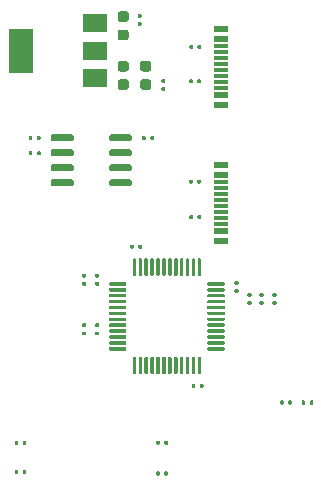
<source format=gbr>
%TF.GenerationSoftware,KiCad,Pcbnew,5.1.7+dfsg1-1~bpo10+1*%
%TF.CreationDate,2020-10-25T19:55:51+08:00*%
%TF.ProjectId,stm32-io-extend,73746d33-322d-4696-9f2d-657874656e64,rev?*%
%TF.SameCoordinates,Original*%
%TF.FileFunction,Paste,Top*%
%TF.FilePolarity,Positive*%
%FSLAX46Y46*%
G04 Gerber Fmt 4.6, Leading zero omitted, Abs format (unit mm)*
G04 Created by KiCad (PCBNEW 5.1.7+dfsg1-1~bpo10+1) date 2020-10-25 19:55:51*
%MOMM*%
%LPD*%
G01*
G04 APERTURE LIST*
%ADD10R,1.160000X0.300000*%
%ADD11R,1.160000X0.600000*%
%ADD12R,2.000000X3.800000*%
%ADD13R,2.000000X1.500000*%
G04 APERTURE END LIST*
%TO.C,C1*%
G36*
G01*
X149999500Y-67186000D02*
X150200500Y-67186000D01*
G75*
G02*
X150280000Y-67265500I0J-79500D01*
G01*
X150280000Y-67424500D01*
G75*
G02*
X150200500Y-67504000I-79500J0D01*
G01*
X149999500Y-67504000D01*
G75*
G02*
X149920000Y-67424500I0J79500D01*
G01*
X149920000Y-67265500D01*
G75*
G02*
X149999500Y-67186000I79500J0D01*
G01*
G37*
G36*
G01*
X149999500Y-66496000D02*
X150200500Y-66496000D01*
G75*
G02*
X150280000Y-66575500I0J-79500D01*
G01*
X150280000Y-66734500D01*
G75*
G02*
X150200500Y-66814000I-79500J0D01*
G01*
X149999500Y-66814000D01*
G75*
G02*
X149920000Y-66734500I0J79500D01*
G01*
X149920000Y-66575500D01*
G75*
G02*
X149999500Y-66496000I79500J0D01*
G01*
G37*
%TD*%
%TO.C,C2*%
G36*
G01*
X146600500Y-89504000D02*
X146399500Y-89504000D01*
G75*
G02*
X146320000Y-89424500I0J79500D01*
G01*
X146320000Y-89265500D01*
G75*
G02*
X146399500Y-89186000I79500J0D01*
G01*
X146600500Y-89186000D01*
G75*
G02*
X146680000Y-89265500I0J-79500D01*
G01*
X146680000Y-89424500D01*
G75*
G02*
X146600500Y-89504000I-79500J0D01*
G01*
G37*
G36*
G01*
X146600500Y-88814000D02*
X146399500Y-88814000D01*
G75*
G02*
X146320000Y-88734500I0J79500D01*
G01*
X146320000Y-88575500D01*
G75*
G02*
X146399500Y-88496000I79500J0D01*
G01*
X146600500Y-88496000D01*
G75*
G02*
X146680000Y-88575500I0J-79500D01*
G01*
X146680000Y-88734500D01*
G75*
G02*
X146600500Y-88814000I-79500J0D01*
G01*
G37*
%TD*%
%TO.C,C3*%
G36*
G01*
X146600500Y-93014000D02*
X146399500Y-93014000D01*
G75*
G02*
X146320000Y-92934500I0J79500D01*
G01*
X146320000Y-92775500D01*
G75*
G02*
X146399500Y-92696000I79500J0D01*
G01*
X146600500Y-92696000D01*
G75*
G02*
X146680000Y-92775500I0J-79500D01*
G01*
X146680000Y-92934500D01*
G75*
G02*
X146600500Y-93014000I-79500J0D01*
G01*
G37*
G36*
G01*
X146600500Y-93704000D02*
X146399500Y-93704000D01*
G75*
G02*
X146320000Y-93624500I0J79500D01*
G01*
X146320000Y-93465500D01*
G75*
G02*
X146399500Y-93386000I79500J0D01*
G01*
X146600500Y-93386000D01*
G75*
G02*
X146680000Y-93465500I0J-79500D01*
G01*
X146680000Y-93624500D01*
G75*
G02*
X146600500Y-93704000I-79500J0D01*
G01*
G37*
%TD*%
%TO.C,C4*%
G36*
G01*
X148450000Y-67825000D02*
X148950000Y-67825000D01*
G75*
G02*
X149175000Y-68050000I0J-225000D01*
G01*
X149175000Y-68500000D01*
G75*
G02*
X148950000Y-68725000I-225000J0D01*
G01*
X148450000Y-68725000D01*
G75*
G02*
X148225000Y-68500000I0J225000D01*
G01*
X148225000Y-68050000D01*
G75*
G02*
X148450000Y-67825000I225000J0D01*
G01*
G37*
G36*
G01*
X148450000Y-66275000D02*
X148950000Y-66275000D01*
G75*
G02*
X149175000Y-66500000I0J-225000D01*
G01*
X149175000Y-66950000D01*
G75*
G02*
X148950000Y-67175000I-225000J0D01*
G01*
X148450000Y-67175000D01*
G75*
G02*
X148225000Y-66950000I0J225000D01*
G01*
X148225000Y-66500000D01*
G75*
G02*
X148450000Y-66275000I225000J0D01*
G01*
G37*
%TD*%
%TO.C,C5*%
G36*
G01*
X154814000Y-97899500D02*
X154814000Y-98100500D01*
G75*
G02*
X154734500Y-98180000I-79500J0D01*
G01*
X154575500Y-98180000D01*
G75*
G02*
X154496000Y-98100500I0J79500D01*
G01*
X154496000Y-97899500D01*
G75*
G02*
X154575500Y-97820000I79500J0D01*
G01*
X154734500Y-97820000D01*
G75*
G02*
X154814000Y-97899500I0J-79500D01*
G01*
G37*
G36*
G01*
X155504000Y-97899500D02*
X155504000Y-98100500D01*
G75*
G02*
X155424500Y-98180000I-79500J0D01*
G01*
X155265500Y-98180000D01*
G75*
G02*
X155186000Y-98100500I0J79500D01*
G01*
X155186000Y-97899500D01*
G75*
G02*
X155265500Y-97820000I79500J0D01*
G01*
X155424500Y-97820000D01*
G75*
G02*
X155504000Y-97899500I0J-79500D01*
G01*
G37*
%TD*%
%TO.C,C6*%
G36*
G01*
X151999500Y-71996000D02*
X152200500Y-71996000D01*
G75*
G02*
X152280000Y-72075500I0J-79500D01*
G01*
X152280000Y-72234500D01*
G75*
G02*
X152200500Y-72314000I-79500J0D01*
G01*
X151999500Y-72314000D01*
G75*
G02*
X151920000Y-72234500I0J79500D01*
G01*
X151920000Y-72075500D01*
G75*
G02*
X151999500Y-71996000I79500J0D01*
G01*
G37*
G36*
G01*
X151999500Y-72686000D02*
X152200500Y-72686000D01*
G75*
G02*
X152280000Y-72765500I0J-79500D01*
G01*
X152280000Y-72924500D01*
G75*
G02*
X152200500Y-73004000I-79500J0D01*
G01*
X151999500Y-73004000D01*
G75*
G02*
X151920000Y-72924500I0J79500D01*
G01*
X151920000Y-72765500D01*
G75*
G02*
X151999500Y-72686000I79500J0D01*
G01*
G37*
%TD*%
%TO.C,C7*%
G36*
G01*
X158199500Y-89096000D02*
X158400500Y-89096000D01*
G75*
G02*
X158480000Y-89175500I0J-79500D01*
G01*
X158480000Y-89334500D01*
G75*
G02*
X158400500Y-89414000I-79500J0D01*
G01*
X158199500Y-89414000D01*
G75*
G02*
X158120000Y-89334500I0J79500D01*
G01*
X158120000Y-89175500D01*
G75*
G02*
X158199500Y-89096000I79500J0D01*
G01*
G37*
G36*
G01*
X158199500Y-89786000D02*
X158400500Y-89786000D01*
G75*
G02*
X158480000Y-89865500I0J-79500D01*
G01*
X158480000Y-90024500D01*
G75*
G02*
X158400500Y-90104000I-79500J0D01*
G01*
X158199500Y-90104000D01*
G75*
G02*
X158120000Y-90024500I0J79500D01*
G01*
X158120000Y-89865500D01*
G75*
G02*
X158199500Y-89786000I79500J0D01*
G01*
G37*
%TD*%
%TO.C,C8*%
G36*
G01*
X149296000Y-86300500D02*
X149296000Y-86099500D01*
G75*
G02*
X149375500Y-86020000I79500J0D01*
G01*
X149534500Y-86020000D01*
G75*
G02*
X149614000Y-86099500I0J-79500D01*
G01*
X149614000Y-86300500D01*
G75*
G02*
X149534500Y-86380000I-79500J0D01*
G01*
X149375500Y-86380000D01*
G75*
G02*
X149296000Y-86300500I0J79500D01*
G01*
G37*
G36*
G01*
X149986000Y-86300500D02*
X149986000Y-86099500D01*
G75*
G02*
X150065500Y-86020000I79500J0D01*
G01*
X150224500Y-86020000D01*
G75*
G02*
X150304000Y-86099500I0J-79500D01*
G01*
X150304000Y-86300500D01*
G75*
G02*
X150224500Y-86380000I-79500J0D01*
G01*
X150065500Y-86380000D01*
G75*
G02*
X149986000Y-86300500I0J79500D01*
G01*
G37*
%TD*%
%TO.C,C9*%
G36*
G01*
X150296000Y-77100500D02*
X150296000Y-76899500D01*
G75*
G02*
X150375500Y-76820000I79500J0D01*
G01*
X150534500Y-76820000D01*
G75*
G02*
X150614000Y-76899500I0J-79500D01*
G01*
X150614000Y-77100500D01*
G75*
G02*
X150534500Y-77180000I-79500J0D01*
G01*
X150375500Y-77180000D01*
G75*
G02*
X150296000Y-77100500I0J79500D01*
G01*
G37*
G36*
G01*
X150986000Y-77100500D02*
X150986000Y-76899500D01*
G75*
G02*
X151065500Y-76820000I79500J0D01*
G01*
X151224500Y-76820000D01*
G75*
G02*
X151304000Y-76899500I0J-79500D01*
G01*
X151304000Y-77100500D01*
G75*
G02*
X151224500Y-77180000I-79500J0D01*
G01*
X151065500Y-77180000D01*
G75*
G02*
X150986000Y-77100500I0J79500D01*
G01*
G37*
%TD*%
%TO.C,C10*%
G36*
G01*
X148450000Y-70475000D02*
X148950000Y-70475000D01*
G75*
G02*
X149175000Y-70700000I0J-225000D01*
G01*
X149175000Y-71150000D01*
G75*
G02*
X148950000Y-71375000I-225000J0D01*
G01*
X148450000Y-71375000D01*
G75*
G02*
X148225000Y-71150000I0J225000D01*
G01*
X148225000Y-70700000D01*
G75*
G02*
X148450000Y-70475000I225000J0D01*
G01*
G37*
G36*
G01*
X148450000Y-72025000D02*
X148950000Y-72025000D01*
G75*
G02*
X149175000Y-72250000I0J-225000D01*
G01*
X149175000Y-72700000D01*
G75*
G02*
X148950000Y-72925000I-225000J0D01*
G01*
X148450000Y-72925000D01*
G75*
G02*
X148225000Y-72700000I0J225000D01*
G01*
X148225000Y-72250000D01*
G75*
G02*
X148450000Y-72025000I225000J0D01*
G01*
G37*
%TD*%
%TO.C,C11*%
G36*
G01*
X150350000Y-70475000D02*
X150850000Y-70475000D01*
G75*
G02*
X151075000Y-70700000I0J-225000D01*
G01*
X151075000Y-71150000D01*
G75*
G02*
X150850000Y-71375000I-225000J0D01*
G01*
X150350000Y-71375000D01*
G75*
G02*
X150125000Y-71150000I0J225000D01*
G01*
X150125000Y-70700000D01*
G75*
G02*
X150350000Y-70475000I225000J0D01*
G01*
G37*
G36*
G01*
X150350000Y-72025000D02*
X150850000Y-72025000D01*
G75*
G02*
X151075000Y-72250000I0J-225000D01*
G01*
X151075000Y-72700000D01*
G75*
G02*
X150850000Y-72925000I-225000J0D01*
G01*
X150350000Y-72925000D01*
G75*
G02*
X150125000Y-72700000I0J225000D01*
G01*
X150125000Y-72250000D01*
G75*
G02*
X150350000Y-72025000I225000J0D01*
G01*
G37*
%TD*%
%TO.C,C12*%
G36*
G01*
X164486000Y-99500500D02*
X164486000Y-99299500D01*
G75*
G02*
X164565500Y-99220000I79500J0D01*
G01*
X164724500Y-99220000D01*
G75*
G02*
X164804000Y-99299500I0J-79500D01*
G01*
X164804000Y-99500500D01*
G75*
G02*
X164724500Y-99580000I-79500J0D01*
G01*
X164565500Y-99580000D01*
G75*
G02*
X164486000Y-99500500I0J79500D01*
G01*
G37*
G36*
G01*
X163796000Y-99500500D02*
X163796000Y-99299500D01*
G75*
G02*
X163875500Y-99220000I79500J0D01*
G01*
X164034500Y-99220000D01*
G75*
G02*
X164114000Y-99299500I0J-79500D01*
G01*
X164114000Y-99500500D01*
G75*
G02*
X164034500Y-99580000I-79500J0D01*
G01*
X163875500Y-99580000D01*
G75*
G02*
X163796000Y-99500500I0J79500D01*
G01*
G37*
%TD*%
%TO.C,C13*%
G36*
G01*
X145299500Y-88496000D02*
X145500500Y-88496000D01*
G75*
G02*
X145580000Y-88575500I0J-79500D01*
G01*
X145580000Y-88734500D01*
G75*
G02*
X145500500Y-88814000I-79500J0D01*
G01*
X145299500Y-88814000D01*
G75*
G02*
X145220000Y-88734500I0J79500D01*
G01*
X145220000Y-88575500D01*
G75*
G02*
X145299500Y-88496000I79500J0D01*
G01*
G37*
G36*
G01*
X145299500Y-89186000D02*
X145500500Y-89186000D01*
G75*
G02*
X145580000Y-89265500I0J-79500D01*
G01*
X145580000Y-89424500D01*
G75*
G02*
X145500500Y-89504000I-79500J0D01*
G01*
X145299500Y-89504000D01*
G75*
G02*
X145220000Y-89424500I0J79500D01*
G01*
X145220000Y-89265500D01*
G75*
G02*
X145299500Y-89186000I79500J0D01*
G01*
G37*
%TD*%
%TO.C,C14*%
G36*
G01*
X145500500Y-93014000D02*
X145299500Y-93014000D01*
G75*
G02*
X145220000Y-92934500I0J79500D01*
G01*
X145220000Y-92775500D01*
G75*
G02*
X145299500Y-92696000I79500J0D01*
G01*
X145500500Y-92696000D01*
G75*
G02*
X145580000Y-92775500I0J-79500D01*
G01*
X145580000Y-92934500D01*
G75*
G02*
X145500500Y-93014000I-79500J0D01*
G01*
G37*
G36*
G01*
X145500500Y-93704000D02*
X145299500Y-93704000D01*
G75*
G02*
X145220000Y-93624500I0J79500D01*
G01*
X145220000Y-93465500D01*
G75*
G02*
X145299500Y-93386000I79500J0D01*
G01*
X145500500Y-93386000D01*
G75*
G02*
X145580000Y-93465500I0J-79500D01*
G01*
X145580000Y-93624500D01*
G75*
G02*
X145500500Y-93704000I-79500J0D01*
G01*
G37*
%TD*%
D10*
%TO.C,J1*%
X156990000Y-71750000D03*
X156990000Y-71250000D03*
X156990000Y-70750000D03*
X156990000Y-72750000D03*
X156990000Y-72250000D03*
X156990000Y-69750000D03*
X156990000Y-70250000D03*
X156990000Y-69250000D03*
D11*
X156990000Y-73400000D03*
X156990000Y-73400000D03*
X156990000Y-74200000D03*
X156990000Y-74200000D03*
X156990000Y-68600000D03*
X156990000Y-67800000D03*
X156990000Y-68600000D03*
X156990000Y-67800000D03*
%TD*%
%TO.C,J2*%
X156990000Y-79300000D03*
X156990000Y-80100000D03*
X156990000Y-79300000D03*
X156990000Y-80100000D03*
X156990000Y-85700000D03*
X156990000Y-85700000D03*
X156990000Y-84900000D03*
X156990000Y-84900000D03*
D10*
X156990000Y-80750000D03*
X156990000Y-81750000D03*
X156990000Y-81250000D03*
X156990000Y-83750000D03*
X156990000Y-84250000D03*
X156990000Y-82250000D03*
X156990000Y-82750000D03*
X156990000Y-83250000D03*
%TD*%
%TO.C,R1*%
G36*
G01*
X140186000Y-105400500D02*
X140186000Y-105199500D01*
G75*
G02*
X140265500Y-105120000I79500J0D01*
G01*
X140424500Y-105120000D01*
G75*
G02*
X140504000Y-105199500I0J-79500D01*
G01*
X140504000Y-105400500D01*
G75*
G02*
X140424500Y-105480000I-79500J0D01*
G01*
X140265500Y-105480000D01*
G75*
G02*
X140186000Y-105400500I0J79500D01*
G01*
G37*
G36*
G01*
X139496000Y-105400500D02*
X139496000Y-105199500D01*
G75*
G02*
X139575500Y-105120000I79500J0D01*
G01*
X139734500Y-105120000D01*
G75*
G02*
X139814000Y-105199500I0J-79500D01*
G01*
X139814000Y-105400500D01*
G75*
G02*
X139734500Y-105480000I-79500J0D01*
G01*
X139575500Y-105480000D01*
G75*
G02*
X139496000Y-105400500I0J79500D01*
G01*
G37*
%TD*%
%TO.C,R2*%
G36*
G01*
X140504000Y-102699500D02*
X140504000Y-102900500D01*
G75*
G02*
X140424500Y-102980000I-79500J0D01*
G01*
X140265500Y-102980000D01*
G75*
G02*
X140186000Y-102900500I0J79500D01*
G01*
X140186000Y-102699500D01*
G75*
G02*
X140265500Y-102620000I79500J0D01*
G01*
X140424500Y-102620000D01*
G75*
G02*
X140504000Y-102699500I0J-79500D01*
G01*
G37*
G36*
G01*
X139814000Y-102699500D02*
X139814000Y-102900500D01*
G75*
G02*
X139734500Y-102980000I-79500J0D01*
G01*
X139575500Y-102980000D01*
G75*
G02*
X139496000Y-102900500I0J79500D01*
G01*
X139496000Y-102699500D01*
G75*
G02*
X139575500Y-102620000I79500J0D01*
G01*
X139734500Y-102620000D01*
G75*
G02*
X139814000Y-102699500I0J-79500D01*
G01*
G37*
%TD*%
%TO.C,R3*%
G36*
G01*
X154966000Y-72300500D02*
X154966000Y-72099500D01*
G75*
G02*
X155045500Y-72020000I79500J0D01*
G01*
X155204500Y-72020000D01*
G75*
G02*
X155284000Y-72099500I0J-79500D01*
G01*
X155284000Y-72300500D01*
G75*
G02*
X155204500Y-72380000I-79500J0D01*
G01*
X155045500Y-72380000D01*
G75*
G02*
X154966000Y-72300500I0J79500D01*
G01*
G37*
G36*
G01*
X154276000Y-72300500D02*
X154276000Y-72099500D01*
G75*
G02*
X154355500Y-72020000I79500J0D01*
G01*
X154514500Y-72020000D01*
G75*
G02*
X154594000Y-72099500I0J-79500D01*
G01*
X154594000Y-72300500D01*
G75*
G02*
X154514500Y-72380000I-79500J0D01*
G01*
X154355500Y-72380000D01*
G75*
G02*
X154276000Y-72300500I0J79500D01*
G01*
G37*
%TD*%
%TO.C,R4*%
G36*
G01*
X141704000Y-76899500D02*
X141704000Y-77100500D01*
G75*
G02*
X141624500Y-77180000I-79500J0D01*
G01*
X141465500Y-77180000D01*
G75*
G02*
X141386000Y-77100500I0J79500D01*
G01*
X141386000Y-76899500D01*
G75*
G02*
X141465500Y-76820000I79500J0D01*
G01*
X141624500Y-76820000D01*
G75*
G02*
X141704000Y-76899500I0J-79500D01*
G01*
G37*
G36*
G01*
X141014000Y-76899500D02*
X141014000Y-77100500D01*
G75*
G02*
X140934500Y-77180000I-79500J0D01*
G01*
X140775500Y-77180000D01*
G75*
G02*
X140696000Y-77100500I0J79500D01*
G01*
X140696000Y-76899500D01*
G75*
G02*
X140775500Y-76820000I79500J0D01*
G01*
X140934500Y-76820000D01*
G75*
G02*
X141014000Y-76899500I0J-79500D01*
G01*
G37*
%TD*%
%TO.C,R5*%
G36*
G01*
X141014000Y-78199500D02*
X141014000Y-78400500D01*
G75*
G02*
X140934500Y-78480000I-79500J0D01*
G01*
X140775500Y-78480000D01*
G75*
G02*
X140696000Y-78400500I0J79500D01*
G01*
X140696000Y-78199500D01*
G75*
G02*
X140775500Y-78120000I79500J0D01*
G01*
X140934500Y-78120000D01*
G75*
G02*
X141014000Y-78199500I0J-79500D01*
G01*
G37*
G36*
G01*
X141704000Y-78199500D02*
X141704000Y-78400500D01*
G75*
G02*
X141624500Y-78480000I-79500J0D01*
G01*
X141465500Y-78480000D01*
G75*
G02*
X141386000Y-78400500I0J79500D01*
G01*
X141386000Y-78199500D01*
G75*
G02*
X141465500Y-78120000I79500J0D01*
G01*
X141624500Y-78120000D01*
G75*
G02*
X141704000Y-78199500I0J-79500D01*
G01*
G37*
%TD*%
%TO.C,R6*%
G36*
G01*
X162686000Y-99500500D02*
X162686000Y-99299500D01*
G75*
G02*
X162765500Y-99220000I79500J0D01*
G01*
X162924500Y-99220000D01*
G75*
G02*
X163004000Y-99299500I0J-79500D01*
G01*
X163004000Y-99500500D01*
G75*
G02*
X162924500Y-99580000I-79500J0D01*
G01*
X162765500Y-99580000D01*
G75*
G02*
X162686000Y-99500500I0J79500D01*
G01*
G37*
G36*
G01*
X161996000Y-99500500D02*
X161996000Y-99299500D01*
G75*
G02*
X162075500Y-99220000I79500J0D01*
G01*
X162234500Y-99220000D01*
G75*
G02*
X162314000Y-99299500I0J-79500D01*
G01*
X162314000Y-99500500D01*
G75*
G02*
X162234500Y-99580000I-79500J0D01*
G01*
X162075500Y-99580000D01*
G75*
G02*
X161996000Y-99500500I0J79500D01*
G01*
G37*
%TD*%
%TO.C,R7*%
G36*
G01*
X154296000Y-69400500D02*
X154296000Y-69199500D01*
G75*
G02*
X154375500Y-69120000I79500J0D01*
G01*
X154534500Y-69120000D01*
G75*
G02*
X154614000Y-69199500I0J-79500D01*
G01*
X154614000Y-69400500D01*
G75*
G02*
X154534500Y-69480000I-79500J0D01*
G01*
X154375500Y-69480000D01*
G75*
G02*
X154296000Y-69400500I0J79500D01*
G01*
G37*
G36*
G01*
X154986000Y-69400500D02*
X154986000Y-69199500D01*
G75*
G02*
X155065500Y-69120000I79500J0D01*
G01*
X155224500Y-69120000D01*
G75*
G02*
X155304000Y-69199500I0J-79500D01*
G01*
X155304000Y-69400500D01*
G75*
G02*
X155224500Y-69480000I-79500J0D01*
G01*
X155065500Y-69480000D01*
G75*
G02*
X154986000Y-69400500I0J79500D01*
G01*
G37*
%TD*%
%TO.C,R8*%
G36*
G01*
X151814000Y-105299500D02*
X151814000Y-105500500D01*
G75*
G02*
X151734500Y-105580000I-79500J0D01*
G01*
X151575500Y-105580000D01*
G75*
G02*
X151496000Y-105500500I0J79500D01*
G01*
X151496000Y-105299500D01*
G75*
G02*
X151575500Y-105220000I79500J0D01*
G01*
X151734500Y-105220000D01*
G75*
G02*
X151814000Y-105299500I0J-79500D01*
G01*
G37*
G36*
G01*
X152504000Y-105299500D02*
X152504000Y-105500500D01*
G75*
G02*
X152424500Y-105580000I-79500J0D01*
G01*
X152265500Y-105580000D01*
G75*
G02*
X152186000Y-105500500I0J79500D01*
G01*
X152186000Y-105299500D01*
G75*
G02*
X152265500Y-105220000I79500J0D01*
G01*
X152424500Y-105220000D01*
G75*
G02*
X152504000Y-105299500I0J-79500D01*
G01*
G37*
%TD*%
%TO.C,R9*%
G36*
G01*
X152504000Y-102699500D02*
X152504000Y-102900500D01*
G75*
G02*
X152424500Y-102980000I-79500J0D01*
G01*
X152265500Y-102980000D01*
G75*
G02*
X152186000Y-102900500I0J79500D01*
G01*
X152186000Y-102699500D01*
G75*
G02*
X152265500Y-102620000I79500J0D01*
G01*
X152424500Y-102620000D01*
G75*
G02*
X152504000Y-102699500I0J-79500D01*
G01*
G37*
G36*
G01*
X151814000Y-102699500D02*
X151814000Y-102900500D01*
G75*
G02*
X151734500Y-102980000I-79500J0D01*
G01*
X151575500Y-102980000D01*
G75*
G02*
X151496000Y-102900500I0J79500D01*
G01*
X151496000Y-102699500D01*
G75*
G02*
X151575500Y-102620000I79500J0D01*
G01*
X151734500Y-102620000D01*
G75*
G02*
X151814000Y-102699500I0J-79500D01*
G01*
G37*
%TD*%
%TO.C,R10*%
G36*
G01*
X154966000Y-80800500D02*
X154966000Y-80599500D01*
G75*
G02*
X155045500Y-80520000I79500J0D01*
G01*
X155204500Y-80520000D01*
G75*
G02*
X155284000Y-80599500I0J-79500D01*
G01*
X155284000Y-80800500D01*
G75*
G02*
X155204500Y-80880000I-79500J0D01*
G01*
X155045500Y-80880000D01*
G75*
G02*
X154966000Y-80800500I0J79500D01*
G01*
G37*
G36*
G01*
X154276000Y-80800500D02*
X154276000Y-80599500D01*
G75*
G02*
X154355500Y-80520000I79500J0D01*
G01*
X154514500Y-80520000D01*
G75*
G02*
X154594000Y-80599500I0J-79500D01*
G01*
X154594000Y-80800500D01*
G75*
G02*
X154514500Y-80880000I-79500J0D01*
G01*
X154355500Y-80880000D01*
G75*
G02*
X154276000Y-80800500I0J79500D01*
G01*
G37*
%TD*%
%TO.C,R11*%
G36*
G01*
X159500500Y-91149000D02*
X159299500Y-91149000D01*
G75*
G02*
X159220000Y-91069500I0J79500D01*
G01*
X159220000Y-90910500D01*
G75*
G02*
X159299500Y-90831000I79500J0D01*
G01*
X159500500Y-90831000D01*
G75*
G02*
X159580000Y-90910500I0J-79500D01*
G01*
X159580000Y-91069500D01*
G75*
G02*
X159500500Y-91149000I-79500J0D01*
G01*
G37*
G36*
G01*
X159500500Y-90459000D02*
X159299500Y-90459000D01*
G75*
G02*
X159220000Y-90379500I0J79500D01*
G01*
X159220000Y-90220500D01*
G75*
G02*
X159299500Y-90141000I79500J0D01*
G01*
X159500500Y-90141000D01*
G75*
G02*
X159580000Y-90220500I0J-79500D01*
G01*
X159580000Y-90379500D01*
G75*
G02*
X159500500Y-90459000I-79500J0D01*
G01*
G37*
%TD*%
%TO.C,R12*%
G36*
G01*
X161600500Y-91149000D02*
X161399500Y-91149000D01*
G75*
G02*
X161320000Y-91069500I0J79500D01*
G01*
X161320000Y-90910500D01*
G75*
G02*
X161399500Y-90831000I79500J0D01*
G01*
X161600500Y-90831000D01*
G75*
G02*
X161680000Y-90910500I0J-79500D01*
G01*
X161680000Y-91069500D01*
G75*
G02*
X161600500Y-91149000I-79500J0D01*
G01*
G37*
G36*
G01*
X161600500Y-90459000D02*
X161399500Y-90459000D01*
G75*
G02*
X161320000Y-90379500I0J79500D01*
G01*
X161320000Y-90220500D01*
G75*
G02*
X161399500Y-90141000I79500J0D01*
G01*
X161600500Y-90141000D01*
G75*
G02*
X161680000Y-90220500I0J-79500D01*
G01*
X161680000Y-90379500D01*
G75*
G02*
X161600500Y-90459000I-79500J0D01*
G01*
G37*
%TD*%
%TO.C,R13*%
G36*
G01*
X154296000Y-83800500D02*
X154296000Y-83599500D01*
G75*
G02*
X154375500Y-83520000I79500J0D01*
G01*
X154534500Y-83520000D01*
G75*
G02*
X154614000Y-83599500I0J-79500D01*
G01*
X154614000Y-83800500D01*
G75*
G02*
X154534500Y-83880000I-79500J0D01*
G01*
X154375500Y-83880000D01*
G75*
G02*
X154296000Y-83800500I0J79500D01*
G01*
G37*
G36*
G01*
X154986000Y-83800500D02*
X154986000Y-83599500D01*
G75*
G02*
X155065500Y-83520000I79500J0D01*
G01*
X155224500Y-83520000D01*
G75*
G02*
X155304000Y-83599500I0J-79500D01*
G01*
X155304000Y-83800500D01*
G75*
G02*
X155224500Y-83880000I-79500J0D01*
G01*
X155065500Y-83880000D01*
G75*
G02*
X154986000Y-83800500I0J79500D01*
G01*
G37*
%TD*%
%TO.C,R14*%
G36*
G01*
X160500500Y-90459000D02*
X160299500Y-90459000D01*
G75*
G02*
X160220000Y-90379500I0J79500D01*
G01*
X160220000Y-90220500D01*
G75*
G02*
X160299500Y-90141000I79500J0D01*
G01*
X160500500Y-90141000D01*
G75*
G02*
X160580000Y-90220500I0J-79500D01*
G01*
X160580000Y-90379500D01*
G75*
G02*
X160500500Y-90459000I-79500J0D01*
G01*
G37*
G36*
G01*
X160500500Y-91149000D02*
X160299500Y-91149000D01*
G75*
G02*
X160220000Y-91069500I0J79500D01*
G01*
X160220000Y-90910500D01*
G75*
G02*
X160299500Y-90831000I79500J0D01*
G01*
X160500500Y-90831000D01*
G75*
G02*
X160580000Y-90910500I0J-79500D01*
G01*
X160580000Y-91069500D01*
G75*
G02*
X160500500Y-91149000I-79500J0D01*
G01*
G37*
%TD*%
D12*
%TO.C,U1*%
X140050000Y-69600000D03*
D13*
X146350000Y-69600000D03*
X146350000Y-67300000D03*
X146350000Y-71900000D03*
%TD*%
%TO.C,U2*%
G36*
G01*
X142550000Y-77145000D02*
X142550000Y-76845000D01*
G75*
G02*
X142700000Y-76695000I150000J0D01*
G01*
X144350000Y-76695000D01*
G75*
G02*
X144500000Y-76845000I0J-150000D01*
G01*
X144500000Y-77145000D01*
G75*
G02*
X144350000Y-77295000I-150000J0D01*
G01*
X142700000Y-77295000D01*
G75*
G02*
X142550000Y-77145000I0J150000D01*
G01*
G37*
G36*
G01*
X142550000Y-78415000D02*
X142550000Y-78115000D01*
G75*
G02*
X142700000Y-77965000I150000J0D01*
G01*
X144350000Y-77965000D01*
G75*
G02*
X144500000Y-78115000I0J-150000D01*
G01*
X144500000Y-78415000D01*
G75*
G02*
X144350000Y-78565000I-150000J0D01*
G01*
X142700000Y-78565000D01*
G75*
G02*
X142550000Y-78415000I0J150000D01*
G01*
G37*
G36*
G01*
X142550000Y-79685000D02*
X142550000Y-79385000D01*
G75*
G02*
X142700000Y-79235000I150000J0D01*
G01*
X144350000Y-79235000D01*
G75*
G02*
X144500000Y-79385000I0J-150000D01*
G01*
X144500000Y-79685000D01*
G75*
G02*
X144350000Y-79835000I-150000J0D01*
G01*
X142700000Y-79835000D01*
G75*
G02*
X142550000Y-79685000I0J150000D01*
G01*
G37*
G36*
G01*
X142550000Y-80955000D02*
X142550000Y-80655000D01*
G75*
G02*
X142700000Y-80505000I150000J0D01*
G01*
X144350000Y-80505000D01*
G75*
G02*
X144500000Y-80655000I0J-150000D01*
G01*
X144500000Y-80955000D01*
G75*
G02*
X144350000Y-81105000I-150000J0D01*
G01*
X142700000Y-81105000D01*
G75*
G02*
X142550000Y-80955000I0J150000D01*
G01*
G37*
G36*
G01*
X147500000Y-80955000D02*
X147500000Y-80655000D01*
G75*
G02*
X147650000Y-80505000I150000J0D01*
G01*
X149300000Y-80505000D01*
G75*
G02*
X149450000Y-80655000I0J-150000D01*
G01*
X149450000Y-80955000D01*
G75*
G02*
X149300000Y-81105000I-150000J0D01*
G01*
X147650000Y-81105000D01*
G75*
G02*
X147500000Y-80955000I0J150000D01*
G01*
G37*
G36*
G01*
X147500000Y-79685000D02*
X147500000Y-79385000D01*
G75*
G02*
X147650000Y-79235000I150000J0D01*
G01*
X149300000Y-79235000D01*
G75*
G02*
X149450000Y-79385000I0J-150000D01*
G01*
X149450000Y-79685000D01*
G75*
G02*
X149300000Y-79835000I-150000J0D01*
G01*
X147650000Y-79835000D01*
G75*
G02*
X147500000Y-79685000I0J150000D01*
G01*
G37*
G36*
G01*
X147500000Y-78415000D02*
X147500000Y-78115000D01*
G75*
G02*
X147650000Y-77965000I150000J0D01*
G01*
X149300000Y-77965000D01*
G75*
G02*
X149450000Y-78115000I0J-150000D01*
G01*
X149450000Y-78415000D01*
G75*
G02*
X149300000Y-78565000I-150000J0D01*
G01*
X147650000Y-78565000D01*
G75*
G02*
X147500000Y-78415000I0J150000D01*
G01*
G37*
G36*
G01*
X147500000Y-77145000D02*
X147500000Y-76845000D01*
G75*
G02*
X147650000Y-76695000I150000J0D01*
G01*
X149300000Y-76695000D01*
G75*
G02*
X149450000Y-76845000I0J-150000D01*
G01*
X149450000Y-77145000D01*
G75*
G02*
X149300000Y-77295000I-150000J0D01*
G01*
X147650000Y-77295000D01*
G75*
G02*
X147500000Y-77145000I0J150000D01*
G01*
G37*
%TD*%
%TO.C,U3*%
G36*
G01*
X147500000Y-89425000D02*
X147500000Y-89275000D01*
G75*
G02*
X147575000Y-89200000I75000J0D01*
G01*
X148900000Y-89200000D01*
G75*
G02*
X148975000Y-89275000I0J-75000D01*
G01*
X148975000Y-89425000D01*
G75*
G02*
X148900000Y-89500000I-75000J0D01*
G01*
X147575000Y-89500000D01*
G75*
G02*
X147500000Y-89425000I0J75000D01*
G01*
G37*
G36*
G01*
X147500000Y-89925000D02*
X147500000Y-89775000D01*
G75*
G02*
X147575000Y-89700000I75000J0D01*
G01*
X148900000Y-89700000D01*
G75*
G02*
X148975000Y-89775000I0J-75000D01*
G01*
X148975000Y-89925000D01*
G75*
G02*
X148900000Y-90000000I-75000J0D01*
G01*
X147575000Y-90000000D01*
G75*
G02*
X147500000Y-89925000I0J75000D01*
G01*
G37*
G36*
G01*
X147500000Y-90425000D02*
X147500000Y-90275000D01*
G75*
G02*
X147575000Y-90200000I75000J0D01*
G01*
X148900000Y-90200000D01*
G75*
G02*
X148975000Y-90275000I0J-75000D01*
G01*
X148975000Y-90425000D01*
G75*
G02*
X148900000Y-90500000I-75000J0D01*
G01*
X147575000Y-90500000D01*
G75*
G02*
X147500000Y-90425000I0J75000D01*
G01*
G37*
G36*
G01*
X147500000Y-90925000D02*
X147500000Y-90775000D01*
G75*
G02*
X147575000Y-90700000I75000J0D01*
G01*
X148900000Y-90700000D01*
G75*
G02*
X148975000Y-90775000I0J-75000D01*
G01*
X148975000Y-90925000D01*
G75*
G02*
X148900000Y-91000000I-75000J0D01*
G01*
X147575000Y-91000000D01*
G75*
G02*
X147500000Y-90925000I0J75000D01*
G01*
G37*
G36*
G01*
X147500000Y-91425000D02*
X147500000Y-91275000D01*
G75*
G02*
X147575000Y-91200000I75000J0D01*
G01*
X148900000Y-91200000D01*
G75*
G02*
X148975000Y-91275000I0J-75000D01*
G01*
X148975000Y-91425000D01*
G75*
G02*
X148900000Y-91500000I-75000J0D01*
G01*
X147575000Y-91500000D01*
G75*
G02*
X147500000Y-91425000I0J75000D01*
G01*
G37*
G36*
G01*
X147500000Y-91925000D02*
X147500000Y-91775000D01*
G75*
G02*
X147575000Y-91700000I75000J0D01*
G01*
X148900000Y-91700000D01*
G75*
G02*
X148975000Y-91775000I0J-75000D01*
G01*
X148975000Y-91925000D01*
G75*
G02*
X148900000Y-92000000I-75000J0D01*
G01*
X147575000Y-92000000D01*
G75*
G02*
X147500000Y-91925000I0J75000D01*
G01*
G37*
G36*
G01*
X147500000Y-92425000D02*
X147500000Y-92275000D01*
G75*
G02*
X147575000Y-92200000I75000J0D01*
G01*
X148900000Y-92200000D01*
G75*
G02*
X148975000Y-92275000I0J-75000D01*
G01*
X148975000Y-92425000D01*
G75*
G02*
X148900000Y-92500000I-75000J0D01*
G01*
X147575000Y-92500000D01*
G75*
G02*
X147500000Y-92425000I0J75000D01*
G01*
G37*
G36*
G01*
X147500000Y-92925000D02*
X147500000Y-92775000D01*
G75*
G02*
X147575000Y-92700000I75000J0D01*
G01*
X148900000Y-92700000D01*
G75*
G02*
X148975000Y-92775000I0J-75000D01*
G01*
X148975000Y-92925000D01*
G75*
G02*
X148900000Y-93000000I-75000J0D01*
G01*
X147575000Y-93000000D01*
G75*
G02*
X147500000Y-92925000I0J75000D01*
G01*
G37*
G36*
G01*
X147500000Y-93425000D02*
X147500000Y-93275000D01*
G75*
G02*
X147575000Y-93200000I75000J0D01*
G01*
X148900000Y-93200000D01*
G75*
G02*
X148975000Y-93275000I0J-75000D01*
G01*
X148975000Y-93425000D01*
G75*
G02*
X148900000Y-93500000I-75000J0D01*
G01*
X147575000Y-93500000D01*
G75*
G02*
X147500000Y-93425000I0J75000D01*
G01*
G37*
G36*
G01*
X147500000Y-93925000D02*
X147500000Y-93775000D01*
G75*
G02*
X147575000Y-93700000I75000J0D01*
G01*
X148900000Y-93700000D01*
G75*
G02*
X148975000Y-93775000I0J-75000D01*
G01*
X148975000Y-93925000D01*
G75*
G02*
X148900000Y-94000000I-75000J0D01*
G01*
X147575000Y-94000000D01*
G75*
G02*
X147500000Y-93925000I0J75000D01*
G01*
G37*
G36*
G01*
X147500000Y-94425000D02*
X147500000Y-94275000D01*
G75*
G02*
X147575000Y-94200000I75000J0D01*
G01*
X148900000Y-94200000D01*
G75*
G02*
X148975000Y-94275000I0J-75000D01*
G01*
X148975000Y-94425000D01*
G75*
G02*
X148900000Y-94500000I-75000J0D01*
G01*
X147575000Y-94500000D01*
G75*
G02*
X147500000Y-94425000I0J75000D01*
G01*
G37*
G36*
G01*
X147500000Y-94925000D02*
X147500000Y-94775000D01*
G75*
G02*
X147575000Y-94700000I75000J0D01*
G01*
X148900000Y-94700000D01*
G75*
G02*
X148975000Y-94775000I0J-75000D01*
G01*
X148975000Y-94925000D01*
G75*
G02*
X148900000Y-95000000I-75000J0D01*
G01*
X147575000Y-95000000D01*
G75*
G02*
X147500000Y-94925000I0J75000D01*
G01*
G37*
G36*
G01*
X149500000Y-96925000D02*
X149500000Y-95600000D01*
G75*
G02*
X149575000Y-95525000I75000J0D01*
G01*
X149725000Y-95525000D01*
G75*
G02*
X149800000Y-95600000I0J-75000D01*
G01*
X149800000Y-96925000D01*
G75*
G02*
X149725000Y-97000000I-75000J0D01*
G01*
X149575000Y-97000000D01*
G75*
G02*
X149500000Y-96925000I0J75000D01*
G01*
G37*
G36*
G01*
X150000000Y-96925000D02*
X150000000Y-95600000D01*
G75*
G02*
X150075000Y-95525000I75000J0D01*
G01*
X150225000Y-95525000D01*
G75*
G02*
X150300000Y-95600000I0J-75000D01*
G01*
X150300000Y-96925000D01*
G75*
G02*
X150225000Y-97000000I-75000J0D01*
G01*
X150075000Y-97000000D01*
G75*
G02*
X150000000Y-96925000I0J75000D01*
G01*
G37*
G36*
G01*
X150500000Y-96925000D02*
X150500000Y-95600000D01*
G75*
G02*
X150575000Y-95525000I75000J0D01*
G01*
X150725000Y-95525000D01*
G75*
G02*
X150800000Y-95600000I0J-75000D01*
G01*
X150800000Y-96925000D01*
G75*
G02*
X150725000Y-97000000I-75000J0D01*
G01*
X150575000Y-97000000D01*
G75*
G02*
X150500000Y-96925000I0J75000D01*
G01*
G37*
G36*
G01*
X151000000Y-96925000D02*
X151000000Y-95600000D01*
G75*
G02*
X151075000Y-95525000I75000J0D01*
G01*
X151225000Y-95525000D01*
G75*
G02*
X151300000Y-95600000I0J-75000D01*
G01*
X151300000Y-96925000D01*
G75*
G02*
X151225000Y-97000000I-75000J0D01*
G01*
X151075000Y-97000000D01*
G75*
G02*
X151000000Y-96925000I0J75000D01*
G01*
G37*
G36*
G01*
X151500000Y-96925000D02*
X151500000Y-95600000D01*
G75*
G02*
X151575000Y-95525000I75000J0D01*
G01*
X151725000Y-95525000D01*
G75*
G02*
X151800000Y-95600000I0J-75000D01*
G01*
X151800000Y-96925000D01*
G75*
G02*
X151725000Y-97000000I-75000J0D01*
G01*
X151575000Y-97000000D01*
G75*
G02*
X151500000Y-96925000I0J75000D01*
G01*
G37*
G36*
G01*
X152000000Y-96925000D02*
X152000000Y-95600000D01*
G75*
G02*
X152075000Y-95525000I75000J0D01*
G01*
X152225000Y-95525000D01*
G75*
G02*
X152300000Y-95600000I0J-75000D01*
G01*
X152300000Y-96925000D01*
G75*
G02*
X152225000Y-97000000I-75000J0D01*
G01*
X152075000Y-97000000D01*
G75*
G02*
X152000000Y-96925000I0J75000D01*
G01*
G37*
G36*
G01*
X152500000Y-96925000D02*
X152500000Y-95600000D01*
G75*
G02*
X152575000Y-95525000I75000J0D01*
G01*
X152725000Y-95525000D01*
G75*
G02*
X152800000Y-95600000I0J-75000D01*
G01*
X152800000Y-96925000D01*
G75*
G02*
X152725000Y-97000000I-75000J0D01*
G01*
X152575000Y-97000000D01*
G75*
G02*
X152500000Y-96925000I0J75000D01*
G01*
G37*
G36*
G01*
X153000000Y-96925000D02*
X153000000Y-95600000D01*
G75*
G02*
X153075000Y-95525000I75000J0D01*
G01*
X153225000Y-95525000D01*
G75*
G02*
X153300000Y-95600000I0J-75000D01*
G01*
X153300000Y-96925000D01*
G75*
G02*
X153225000Y-97000000I-75000J0D01*
G01*
X153075000Y-97000000D01*
G75*
G02*
X153000000Y-96925000I0J75000D01*
G01*
G37*
G36*
G01*
X153500000Y-96925000D02*
X153500000Y-95600000D01*
G75*
G02*
X153575000Y-95525000I75000J0D01*
G01*
X153725000Y-95525000D01*
G75*
G02*
X153800000Y-95600000I0J-75000D01*
G01*
X153800000Y-96925000D01*
G75*
G02*
X153725000Y-97000000I-75000J0D01*
G01*
X153575000Y-97000000D01*
G75*
G02*
X153500000Y-96925000I0J75000D01*
G01*
G37*
G36*
G01*
X154000000Y-96925000D02*
X154000000Y-95600000D01*
G75*
G02*
X154075000Y-95525000I75000J0D01*
G01*
X154225000Y-95525000D01*
G75*
G02*
X154300000Y-95600000I0J-75000D01*
G01*
X154300000Y-96925000D01*
G75*
G02*
X154225000Y-97000000I-75000J0D01*
G01*
X154075000Y-97000000D01*
G75*
G02*
X154000000Y-96925000I0J75000D01*
G01*
G37*
G36*
G01*
X154500000Y-96925000D02*
X154500000Y-95600000D01*
G75*
G02*
X154575000Y-95525000I75000J0D01*
G01*
X154725000Y-95525000D01*
G75*
G02*
X154800000Y-95600000I0J-75000D01*
G01*
X154800000Y-96925000D01*
G75*
G02*
X154725000Y-97000000I-75000J0D01*
G01*
X154575000Y-97000000D01*
G75*
G02*
X154500000Y-96925000I0J75000D01*
G01*
G37*
G36*
G01*
X155000000Y-96925000D02*
X155000000Y-95600000D01*
G75*
G02*
X155075000Y-95525000I75000J0D01*
G01*
X155225000Y-95525000D01*
G75*
G02*
X155300000Y-95600000I0J-75000D01*
G01*
X155300000Y-96925000D01*
G75*
G02*
X155225000Y-97000000I-75000J0D01*
G01*
X155075000Y-97000000D01*
G75*
G02*
X155000000Y-96925000I0J75000D01*
G01*
G37*
G36*
G01*
X155825000Y-94925000D02*
X155825000Y-94775000D01*
G75*
G02*
X155900000Y-94700000I75000J0D01*
G01*
X157225000Y-94700000D01*
G75*
G02*
X157300000Y-94775000I0J-75000D01*
G01*
X157300000Y-94925000D01*
G75*
G02*
X157225000Y-95000000I-75000J0D01*
G01*
X155900000Y-95000000D01*
G75*
G02*
X155825000Y-94925000I0J75000D01*
G01*
G37*
G36*
G01*
X155825000Y-94425000D02*
X155825000Y-94275000D01*
G75*
G02*
X155900000Y-94200000I75000J0D01*
G01*
X157225000Y-94200000D01*
G75*
G02*
X157300000Y-94275000I0J-75000D01*
G01*
X157300000Y-94425000D01*
G75*
G02*
X157225000Y-94500000I-75000J0D01*
G01*
X155900000Y-94500000D01*
G75*
G02*
X155825000Y-94425000I0J75000D01*
G01*
G37*
G36*
G01*
X155825000Y-93925000D02*
X155825000Y-93775000D01*
G75*
G02*
X155900000Y-93700000I75000J0D01*
G01*
X157225000Y-93700000D01*
G75*
G02*
X157300000Y-93775000I0J-75000D01*
G01*
X157300000Y-93925000D01*
G75*
G02*
X157225000Y-94000000I-75000J0D01*
G01*
X155900000Y-94000000D01*
G75*
G02*
X155825000Y-93925000I0J75000D01*
G01*
G37*
G36*
G01*
X155825000Y-93425000D02*
X155825000Y-93275000D01*
G75*
G02*
X155900000Y-93200000I75000J0D01*
G01*
X157225000Y-93200000D01*
G75*
G02*
X157300000Y-93275000I0J-75000D01*
G01*
X157300000Y-93425000D01*
G75*
G02*
X157225000Y-93500000I-75000J0D01*
G01*
X155900000Y-93500000D01*
G75*
G02*
X155825000Y-93425000I0J75000D01*
G01*
G37*
G36*
G01*
X155825000Y-92925000D02*
X155825000Y-92775000D01*
G75*
G02*
X155900000Y-92700000I75000J0D01*
G01*
X157225000Y-92700000D01*
G75*
G02*
X157300000Y-92775000I0J-75000D01*
G01*
X157300000Y-92925000D01*
G75*
G02*
X157225000Y-93000000I-75000J0D01*
G01*
X155900000Y-93000000D01*
G75*
G02*
X155825000Y-92925000I0J75000D01*
G01*
G37*
G36*
G01*
X155825000Y-92425000D02*
X155825000Y-92275000D01*
G75*
G02*
X155900000Y-92200000I75000J0D01*
G01*
X157225000Y-92200000D01*
G75*
G02*
X157300000Y-92275000I0J-75000D01*
G01*
X157300000Y-92425000D01*
G75*
G02*
X157225000Y-92500000I-75000J0D01*
G01*
X155900000Y-92500000D01*
G75*
G02*
X155825000Y-92425000I0J75000D01*
G01*
G37*
G36*
G01*
X155825000Y-91925000D02*
X155825000Y-91775000D01*
G75*
G02*
X155900000Y-91700000I75000J0D01*
G01*
X157225000Y-91700000D01*
G75*
G02*
X157300000Y-91775000I0J-75000D01*
G01*
X157300000Y-91925000D01*
G75*
G02*
X157225000Y-92000000I-75000J0D01*
G01*
X155900000Y-92000000D01*
G75*
G02*
X155825000Y-91925000I0J75000D01*
G01*
G37*
G36*
G01*
X155825000Y-91425000D02*
X155825000Y-91275000D01*
G75*
G02*
X155900000Y-91200000I75000J0D01*
G01*
X157225000Y-91200000D01*
G75*
G02*
X157300000Y-91275000I0J-75000D01*
G01*
X157300000Y-91425000D01*
G75*
G02*
X157225000Y-91500000I-75000J0D01*
G01*
X155900000Y-91500000D01*
G75*
G02*
X155825000Y-91425000I0J75000D01*
G01*
G37*
G36*
G01*
X155825000Y-90925000D02*
X155825000Y-90775000D01*
G75*
G02*
X155900000Y-90700000I75000J0D01*
G01*
X157225000Y-90700000D01*
G75*
G02*
X157300000Y-90775000I0J-75000D01*
G01*
X157300000Y-90925000D01*
G75*
G02*
X157225000Y-91000000I-75000J0D01*
G01*
X155900000Y-91000000D01*
G75*
G02*
X155825000Y-90925000I0J75000D01*
G01*
G37*
G36*
G01*
X155825000Y-90425000D02*
X155825000Y-90275000D01*
G75*
G02*
X155900000Y-90200000I75000J0D01*
G01*
X157225000Y-90200000D01*
G75*
G02*
X157300000Y-90275000I0J-75000D01*
G01*
X157300000Y-90425000D01*
G75*
G02*
X157225000Y-90500000I-75000J0D01*
G01*
X155900000Y-90500000D01*
G75*
G02*
X155825000Y-90425000I0J75000D01*
G01*
G37*
G36*
G01*
X155825000Y-89925000D02*
X155825000Y-89775000D01*
G75*
G02*
X155900000Y-89700000I75000J0D01*
G01*
X157225000Y-89700000D01*
G75*
G02*
X157300000Y-89775000I0J-75000D01*
G01*
X157300000Y-89925000D01*
G75*
G02*
X157225000Y-90000000I-75000J0D01*
G01*
X155900000Y-90000000D01*
G75*
G02*
X155825000Y-89925000I0J75000D01*
G01*
G37*
G36*
G01*
X155825000Y-89425000D02*
X155825000Y-89275000D01*
G75*
G02*
X155900000Y-89200000I75000J0D01*
G01*
X157225000Y-89200000D01*
G75*
G02*
X157300000Y-89275000I0J-75000D01*
G01*
X157300000Y-89425000D01*
G75*
G02*
X157225000Y-89500000I-75000J0D01*
G01*
X155900000Y-89500000D01*
G75*
G02*
X155825000Y-89425000I0J75000D01*
G01*
G37*
G36*
G01*
X155000000Y-88600000D02*
X155000000Y-87275000D01*
G75*
G02*
X155075000Y-87200000I75000J0D01*
G01*
X155225000Y-87200000D01*
G75*
G02*
X155300000Y-87275000I0J-75000D01*
G01*
X155300000Y-88600000D01*
G75*
G02*
X155225000Y-88675000I-75000J0D01*
G01*
X155075000Y-88675000D01*
G75*
G02*
X155000000Y-88600000I0J75000D01*
G01*
G37*
G36*
G01*
X154500000Y-88600000D02*
X154500000Y-87275000D01*
G75*
G02*
X154575000Y-87200000I75000J0D01*
G01*
X154725000Y-87200000D01*
G75*
G02*
X154800000Y-87275000I0J-75000D01*
G01*
X154800000Y-88600000D01*
G75*
G02*
X154725000Y-88675000I-75000J0D01*
G01*
X154575000Y-88675000D01*
G75*
G02*
X154500000Y-88600000I0J75000D01*
G01*
G37*
G36*
G01*
X154000000Y-88600000D02*
X154000000Y-87275000D01*
G75*
G02*
X154075000Y-87200000I75000J0D01*
G01*
X154225000Y-87200000D01*
G75*
G02*
X154300000Y-87275000I0J-75000D01*
G01*
X154300000Y-88600000D01*
G75*
G02*
X154225000Y-88675000I-75000J0D01*
G01*
X154075000Y-88675000D01*
G75*
G02*
X154000000Y-88600000I0J75000D01*
G01*
G37*
G36*
G01*
X153500000Y-88600000D02*
X153500000Y-87275000D01*
G75*
G02*
X153575000Y-87200000I75000J0D01*
G01*
X153725000Y-87200000D01*
G75*
G02*
X153800000Y-87275000I0J-75000D01*
G01*
X153800000Y-88600000D01*
G75*
G02*
X153725000Y-88675000I-75000J0D01*
G01*
X153575000Y-88675000D01*
G75*
G02*
X153500000Y-88600000I0J75000D01*
G01*
G37*
G36*
G01*
X153000000Y-88600000D02*
X153000000Y-87275000D01*
G75*
G02*
X153075000Y-87200000I75000J0D01*
G01*
X153225000Y-87200000D01*
G75*
G02*
X153300000Y-87275000I0J-75000D01*
G01*
X153300000Y-88600000D01*
G75*
G02*
X153225000Y-88675000I-75000J0D01*
G01*
X153075000Y-88675000D01*
G75*
G02*
X153000000Y-88600000I0J75000D01*
G01*
G37*
G36*
G01*
X152500000Y-88600000D02*
X152500000Y-87275000D01*
G75*
G02*
X152575000Y-87200000I75000J0D01*
G01*
X152725000Y-87200000D01*
G75*
G02*
X152800000Y-87275000I0J-75000D01*
G01*
X152800000Y-88600000D01*
G75*
G02*
X152725000Y-88675000I-75000J0D01*
G01*
X152575000Y-88675000D01*
G75*
G02*
X152500000Y-88600000I0J75000D01*
G01*
G37*
G36*
G01*
X152000000Y-88600000D02*
X152000000Y-87275000D01*
G75*
G02*
X152075000Y-87200000I75000J0D01*
G01*
X152225000Y-87200000D01*
G75*
G02*
X152300000Y-87275000I0J-75000D01*
G01*
X152300000Y-88600000D01*
G75*
G02*
X152225000Y-88675000I-75000J0D01*
G01*
X152075000Y-88675000D01*
G75*
G02*
X152000000Y-88600000I0J75000D01*
G01*
G37*
G36*
G01*
X151500000Y-88600000D02*
X151500000Y-87275000D01*
G75*
G02*
X151575000Y-87200000I75000J0D01*
G01*
X151725000Y-87200000D01*
G75*
G02*
X151800000Y-87275000I0J-75000D01*
G01*
X151800000Y-88600000D01*
G75*
G02*
X151725000Y-88675000I-75000J0D01*
G01*
X151575000Y-88675000D01*
G75*
G02*
X151500000Y-88600000I0J75000D01*
G01*
G37*
G36*
G01*
X151000000Y-88600000D02*
X151000000Y-87275000D01*
G75*
G02*
X151075000Y-87200000I75000J0D01*
G01*
X151225000Y-87200000D01*
G75*
G02*
X151300000Y-87275000I0J-75000D01*
G01*
X151300000Y-88600000D01*
G75*
G02*
X151225000Y-88675000I-75000J0D01*
G01*
X151075000Y-88675000D01*
G75*
G02*
X151000000Y-88600000I0J75000D01*
G01*
G37*
G36*
G01*
X150500000Y-88600000D02*
X150500000Y-87275000D01*
G75*
G02*
X150575000Y-87200000I75000J0D01*
G01*
X150725000Y-87200000D01*
G75*
G02*
X150800000Y-87275000I0J-75000D01*
G01*
X150800000Y-88600000D01*
G75*
G02*
X150725000Y-88675000I-75000J0D01*
G01*
X150575000Y-88675000D01*
G75*
G02*
X150500000Y-88600000I0J75000D01*
G01*
G37*
G36*
G01*
X150000000Y-88600000D02*
X150000000Y-87275000D01*
G75*
G02*
X150075000Y-87200000I75000J0D01*
G01*
X150225000Y-87200000D01*
G75*
G02*
X150300000Y-87275000I0J-75000D01*
G01*
X150300000Y-88600000D01*
G75*
G02*
X150225000Y-88675000I-75000J0D01*
G01*
X150075000Y-88675000D01*
G75*
G02*
X150000000Y-88600000I0J75000D01*
G01*
G37*
G36*
G01*
X149500000Y-88600000D02*
X149500000Y-87275000D01*
G75*
G02*
X149575000Y-87200000I75000J0D01*
G01*
X149725000Y-87200000D01*
G75*
G02*
X149800000Y-87275000I0J-75000D01*
G01*
X149800000Y-88600000D01*
G75*
G02*
X149725000Y-88675000I-75000J0D01*
G01*
X149575000Y-88675000D01*
G75*
G02*
X149500000Y-88600000I0J75000D01*
G01*
G37*
%TD*%
M02*

</source>
